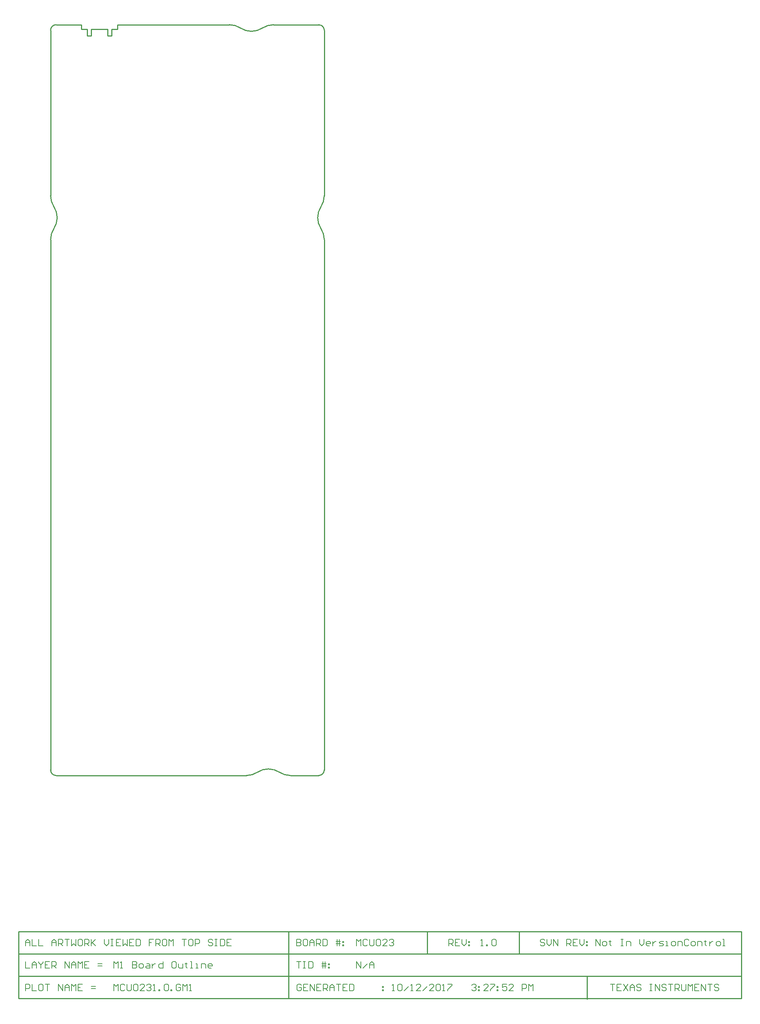
<source format=gm1>
G04 Layer_Color=11296232*
%FSAX25Y25*%
%MOIN*%
G70*
G01*
G75*
%ADD54C,0.01000*%
%ADD58C,0.00800*%
%ADD89C,0.00787*%
%ADD94C,0.00394*%
G54D54*
X0242700Y0925400D02*
G03*
X0232700Y0928400I-0010000J-0015167D01*
G01*
X0242700Y0925400D02*
G03*
X0262700Y0925400I0010000J0015167D01*
G01*
X0272700Y0928400D02*
G03*
X0262700Y0925400I-0000000J-0018167D01*
G01*
X0319200Y0732400D02*
G03*
X0316200Y0742400I-0018167J0000000D01*
G01*
Y0762400D02*
G03*
X0316200Y0742400I0015167J-0010000D01*
G01*
Y0762400D02*
G03*
X0319200Y0772400I-0015167J0010000D01*
G01*
X0072200Y0742400D02*
G03*
X0069200Y0732400I0015167J-0010000D01*
G01*
X0072200Y0742400D02*
G03*
X0072200Y0762400I-0015167J0010000D01*
G01*
X0069200Y0772400D02*
G03*
X0072200Y0762400I0018167J0000000D01*
G01*
X0278200Y0246400D02*
G03*
X0288200Y0243400I0010000J0015167D01*
G01*
X0278200Y0246400D02*
G03*
X0258200Y0246400I-0010000J-0015167D01*
G01*
X0248200Y0243400D02*
G03*
X0258200Y0246400I0000000J0018167D01*
G01*
X0074200Y0928400D02*
G03*
X0069200Y0923400I0000000J-0005000D01*
G01*
X0319200D02*
G03*
X0314200Y0928400I-0005000J0000000D01*
G01*
Y0243400D02*
G03*
X0319200Y0248400I0000000J0005000D01*
G01*
X0069200D02*
G03*
X0074200Y0243400I0005000J0000000D01*
G01*
Y0928400D02*
X0097200D01*
X0130200Y0924400D02*
Y0928400D01*
X0124900Y0924400D02*
X0130200D01*
X0124900Y0918400D02*
Y0924400D01*
X0121200Y0918400D02*
X0124900D01*
X0121200D02*
Y0924400D01*
X0106200D02*
X0121200D01*
X0106200Y0918400D02*
Y0924400D01*
X0102500Y0918400D02*
X0106200D01*
X0097200Y0924400D02*
X0102500D01*
Y0918400D02*
Y0924400D01*
X0097200D02*
Y0928400D01*
X0074200Y0243400D02*
X0248200D01*
X0069200Y0772400D02*
Y0923400D01*
X0272700Y0928400D02*
X0314200D01*
X0319200Y0248400D02*
Y0732400D01*
Y0772400D02*
Y0923400D01*
X0069200Y0248400D02*
Y0732400D01*
X0130200Y0928400D02*
X0232700D01*
X0288200Y0243400D02*
X0314200D01*
X0497200Y0080717D02*
Y0101050D01*
X0413200Y0080717D02*
Y0101050D01*
X0040000Y0080717D02*
X0700200D01*
X0040000Y0060383D02*
X0700000D01*
X0040000Y0040050D02*
X0440500D01*
X0040050Y0101050D02*
X0700200D01*
X0040050Y0040050D02*
Y0101050D01*
Y0040050D02*
X0197600D01*
X0040000D02*
Y0101050D01*
X0286500Y0040050D02*
Y0101050D01*
X0700200Y0040050D02*
Y0101050D01*
X0440500Y0040050D02*
X0700200D01*
X0559400Y0039400D02*
Y0059683D01*
G54D58*
X0126900Y0067551D02*
Y0073549D01*
X0128899Y0071549D01*
X0130899Y0073549D01*
Y0067551D01*
X0132898D02*
X0134897D01*
X0133898D01*
Y0073549D01*
X0132898Y0072549D01*
X0143895Y0073549D02*
Y0067551D01*
X0146894D01*
X0147893Y0068550D01*
Y0069550D01*
X0146894Y0070550D01*
X0143895D01*
X0146894D01*
X0147893Y0071549D01*
Y0072549D01*
X0146894Y0073549D01*
X0143895D01*
X0150892Y0067551D02*
X0152892D01*
X0153891Y0068550D01*
Y0070550D01*
X0152892Y0071549D01*
X0150892D01*
X0149893Y0070550D01*
Y0068550D01*
X0150892Y0067551D01*
X0156890Y0071549D02*
X0158890D01*
X0159889Y0070550D01*
Y0067551D01*
X0156890D01*
X0155891Y0068550D01*
X0156890Y0069550D01*
X0159889D01*
X0161889Y0071549D02*
Y0067551D01*
Y0069550D01*
X0162888Y0070550D01*
X0163888Y0071549D01*
X0164888D01*
X0171885Y0073549D02*
Y0067551D01*
X0168886D01*
X0167887Y0068550D01*
Y0070550D01*
X0168886Y0071549D01*
X0171885D01*
X0182882Y0073549D02*
X0180883D01*
X0179883Y0072549D01*
Y0068550D01*
X0180883Y0067551D01*
X0182882D01*
X0183882Y0068550D01*
Y0072549D01*
X0182882Y0073549D01*
X0185881Y0071549D02*
Y0068550D01*
X0186881Y0067551D01*
X0189880D01*
Y0071549D01*
X0192879Y0072549D02*
Y0071549D01*
X0191879D01*
X0193878D01*
X0192879D01*
Y0068550D01*
X0193878Y0067551D01*
X0196877D02*
X0198877D01*
X0197877D01*
Y0073549D01*
X0196877D01*
X0201876Y0067551D02*
X0203875D01*
X0202875D01*
Y0071549D01*
X0201876D01*
X0206874Y0067551D02*
Y0071549D01*
X0209873D01*
X0210873Y0070550D01*
Y0067551D01*
X0215871D02*
X0213872D01*
X0212872Y0068550D01*
Y0070550D01*
X0213872Y0071549D01*
X0215871D01*
X0216871Y0070550D01*
Y0069550D01*
X0212872D01*
X0567400Y0087833D02*
Y0093831D01*
X0571399Y0087833D01*
Y0093831D01*
X0574398Y0087833D02*
X0576397D01*
X0577397Y0088833D01*
Y0090832D01*
X0576397Y0091832D01*
X0574398D01*
X0573398Y0090832D01*
Y0088833D01*
X0574398Y0087833D01*
X0580396Y0092832D02*
Y0091832D01*
X0579396D01*
X0581395D01*
X0580396D01*
Y0088833D01*
X0581395Y0087833D01*
X0590393Y0093831D02*
X0592392D01*
X0591392D01*
Y0087833D01*
X0590393D01*
X0592392D01*
X0595391D02*
Y0091832D01*
X0598390D01*
X0599390Y0090832D01*
Y0087833D01*
X0607387Y0093831D02*
Y0089833D01*
X0609386Y0087833D01*
X0611386Y0089833D01*
Y0093831D01*
X0616384Y0087833D02*
X0614385D01*
X0613385Y0088833D01*
Y0090832D01*
X0614385Y0091832D01*
X0616384D01*
X0617384Y0090832D01*
Y0089833D01*
X0613385D01*
X0619383Y0091832D02*
Y0087833D01*
Y0089833D01*
X0620383Y0090832D01*
X0621383Y0091832D01*
X0622382D01*
X0625381Y0087833D02*
X0628380D01*
X0629380Y0088833D01*
X0628380Y0089833D01*
X0626381D01*
X0625381Y0090832D01*
X0626381Y0091832D01*
X0629380D01*
X0631379Y0087833D02*
X0633379D01*
X0632379D01*
Y0091832D01*
X0631379D01*
X0637377Y0087833D02*
X0639377D01*
X0640376Y0088833D01*
Y0090832D01*
X0639377Y0091832D01*
X0637377D01*
X0636378Y0090832D01*
Y0088833D01*
X0637377Y0087833D01*
X0642376D02*
Y0091832D01*
X0645375D01*
X0646374Y0090832D01*
Y0087833D01*
X0652373Y0092832D02*
X0651373Y0093831D01*
X0649373D01*
X0648374Y0092832D01*
Y0088833D01*
X0649373Y0087833D01*
X0651373D01*
X0652373Y0088833D01*
X0655372Y0087833D02*
X0657371D01*
X0658371Y0088833D01*
Y0090832D01*
X0657371Y0091832D01*
X0655372D01*
X0654372Y0090832D01*
Y0088833D01*
X0655372Y0087833D01*
X0660370D02*
Y0091832D01*
X0663369D01*
X0664369Y0090832D01*
Y0087833D01*
X0667368Y0092832D02*
Y0091832D01*
X0666368D01*
X0668367D01*
X0667368D01*
Y0088833D01*
X0668367Y0087833D01*
X0671366Y0091832D02*
Y0087833D01*
Y0089833D01*
X0672366Y0090832D01*
X0673366Y0091832D01*
X0674365D01*
X0678364Y0087833D02*
X0680364D01*
X0681363Y0088833D01*
Y0090832D01*
X0680364Y0091832D01*
X0678364D01*
X0677364Y0090832D01*
Y0088833D01*
X0678364Y0087833D01*
X0683362D02*
X0685362D01*
X0684362D01*
Y0093831D01*
X0683362D01*
X0520799Y0092832D02*
X0519799Y0093831D01*
X0517800D01*
X0516800Y0092832D01*
Y0091832D01*
X0517800Y0090832D01*
X0519799D01*
X0520799Y0089833D01*
Y0088833D01*
X0519799Y0087833D01*
X0517800D01*
X0516800Y0088833D01*
X0522798Y0093831D02*
Y0089833D01*
X0524797Y0087833D01*
X0526797Y0089833D01*
Y0093831D01*
X0528796Y0087833D02*
Y0093831D01*
X0532795Y0087833D01*
Y0093831D01*
X0540792Y0087833D02*
Y0093831D01*
X0543791D01*
X0544791Y0092832D01*
Y0090832D01*
X0543791Y0089833D01*
X0540792D01*
X0542792D02*
X0544791Y0087833D01*
X0550789Y0093831D02*
X0546790D01*
Y0087833D01*
X0550789D01*
X0546790Y0090832D02*
X0548790D01*
X0552788Y0093831D02*
Y0089833D01*
X0554788Y0087833D01*
X0556787Y0089833D01*
Y0093831D01*
X0558786Y0091832D02*
X0559786D01*
Y0090832D01*
X0558786D01*
Y0091832D01*
Y0088833D02*
X0559786D01*
Y0087833D01*
X0558786D01*
Y0088833D01*
X0433000Y0087833D02*
Y0093831D01*
X0435999D01*
X0436999Y0092832D01*
Y0090832D01*
X0435999Y0089833D01*
X0433000D01*
X0434999D02*
X0436999Y0087833D01*
X0442997Y0093831D02*
X0438998D01*
Y0087833D01*
X0442997D01*
X0438998Y0090832D02*
X0440997D01*
X0444996Y0093831D02*
Y0089833D01*
X0446995Y0087833D01*
X0448995Y0089833D01*
Y0093831D01*
X0450994Y0091832D02*
X0451994D01*
Y0090832D01*
X0450994D01*
Y0091832D01*
Y0088833D02*
X0451994D01*
Y0087833D01*
X0450994D01*
Y0088833D01*
X0126900Y0046966D02*
Y0052965D01*
X0128899Y0050965D01*
X0130899Y0052965D01*
Y0046966D01*
X0136897Y0051965D02*
X0135897Y0052965D01*
X0133898D01*
X0132898Y0051965D01*
Y0047966D01*
X0133898Y0046966D01*
X0135897D01*
X0136897Y0047966D01*
X0138896Y0052965D02*
Y0047966D01*
X0139896Y0046966D01*
X0141895D01*
X0142895Y0047966D01*
Y0052965D01*
X0144894Y0051965D02*
X0145894Y0052965D01*
X0147893D01*
X0148893Y0051965D01*
Y0047966D01*
X0147893Y0046966D01*
X0145894D01*
X0144894Y0047966D01*
Y0051965D01*
X0154891Y0046966D02*
X0150892D01*
X0154891Y0050965D01*
Y0051965D01*
X0153891Y0052965D01*
X0151892D01*
X0150892Y0051965D01*
X0156890D02*
X0157890Y0052965D01*
X0159889D01*
X0160889Y0051965D01*
Y0050965D01*
X0159889Y0049966D01*
X0158890D01*
X0159889D01*
X0160889Y0048966D01*
Y0047966D01*
X0159889Y0046966D01*
X0157890D01*
X0156890Y0047966D01*
X0162888Y0046966D02*
X0164888D01*
X0163888D01*
Y0052965D01*
X0162888Y0051965D01*
X0167887Y0046966D02*
Y0047966D01*
X0168886D01*
Y0046966D01*
X0167887D01*
X0172885Y0051965D02*
X0173885Y0052965D01*
X0175884D01*
X0176884Y0051965D01*
Y0047966D01*
X0175884Y0046966D01*
X0173885D01*
X0172885Y0047966D01*
Y0051965D01*
X0178883Y0046966D02*
Y0047966D01*
X0179883D01*
Y0046966D01*
X0178883D01*
X0187880Y0051965D02*
X0186881Y0052965D01*
X0184881D01*
X0183882Y0051965D01*
Y0047966D01*
X0184881Y0046966D01*
X0186881D01*
X0187880Y0047966D01*
Y0049966D01*
X0185881D01*
X0189880Y0046966D02*
Y0052965D01*
X0191879Y0050965D01*
X0193878Y0052965D01*
Y0046966D01*
X0195878D02*
X0197877D01*
X0196877D01*
Y0052965D01*
X0195878Y0051965D01*
X0381150Y0046966D02*
X0383149D01*
X0382150D01*
Y0052965D01*
X0381150Y0051965D01*
X0386148D02*
X0387148Y0052965D01*
X0389147D01*
X0390147Y0051965D01*
Y0047966D01*
X0389147Y0046966D01*
X0387148D01*
X0386148Y0047966D01*
Y0051965D01*
X0392146Y0046966D02*
X0396145Y0050965D01*
X0398145Y0046966D02*
X0400144D01*
X0399144D01*
Y0052965D01*
X0398145Y0051965D01*
X0407142Y0046966D02*
X0403143D01*
X0407142Y0050965D01*
Y0051965D01*
X0406142Y0052965D01*
X0404143D01*
X0403143Y0051965D01*
X0409141Y0046966D02*
X0413140Y0050965D01*
X0419138Y0046966D02*
X0415139D01*
X0419138Y0050965D01*
Y0051965D01*
X0418138Y0052965D01*
X0416139D01*
X0415139Y0051965D01*
X0421137D02*
X0422137Y0052965D01*
X0424136D01*
X0425136Y0051965D01*
Y0047966D01*
X0424136Y0046966D01*
X0422137D01*
X0421137Y0047966D01*
Y0051965D01*
X0427135Y0046966D02*
X0429135D01*
X0428135D01*
Y0052965D01*
X0427135Y0051965D01*
X0432133Y0052965D02*
X0436132D01*
Y0051965D01*
X0432133Y0047966D01*
Y0046966D01*
X0298199Y0051965D02*
X0297199Y0052965D01*
X0295200D01*
X0294200Y0051965D01*
Y0047966D01*
X0295200Y0046966D01*
X0297199D01*
X0298199Y0047966D01*
Y0049966D01*
X0296199D01*
X0304197Y0052965D02*
X0300198D01*
Y0046966D01*
X0304197D01*
X0300198Y0049966D02*
X0302197D01*
X0306196Y0046966D02*
Y0052965D01*
X0310195Y0046966D01*
Y0052965D01*
X0316193D02*
X0312194D01*
Y0046966D01*
X0316193D01*
X0312194Y0049966D02*
X0314194D01*
X0318192Y0046966D02*
Y0052965D01*
X0321191D01*
X0322191Y0051965D01*
Y0049966D01*
X0321191Y0048966D01*
X0318192D01*
X0320192D02*
X0322191Y0046966D01*
X0324190D02*
Y0050965D01*
X0326190Y0052965D01*
X0328189Y0050965D01*
Y0046966D01*
Y0049966D01*
X0324190D01*
X0330188Y0052965D02*
X0334187D01*
X0332188D01*
Y0046966D01*
X0340185Y0052965D02*
X0336186D01*
Y0046966D01*
X0340185D01*
X0336186Y0049966D02*
X0338186D01*
X0342184Y0052965D02*
Y0046966D01*
X0345183D01*
X0346183Y0047966D01*
Y0051965D01*
X0345183Y0052965D01*
X0342184D01*
X0372175Y0050965D02*
X0373175D01*
Y0049966D01*
X0372175D01*
Y0050965D01*
Y0047966D02*
X0373175D01*
Y0046966D01*
X0372175D01*
Y0047966D01*
X0046350Y0087833D02*
Y0091832D01*
X0048349Y0093831D01*
X0050349Y0091832D01*
Y0087833D01*
Y0090832D01*
X0046350D01*
X0052348Y0093831D02*
Y0087833D01*
X0056347D01*
X0058346Y0093831D02*
Y0087833D01*
X0062345D01*
X0070342D02*
Y0091832D01*
X0072342Y0093831D01*
X0074341Y0091832D01*
Y0087833D01*
Y0090832D01*
X0070342D01*
X0076340Y0087833D02*
Y0093831D01*
X0079339D01*
X0080339Y0092832D01*
Y0090832D01*
X0079339Y0089833D01*
X0076340D01*
X0078340D02*
X0080339Y0087833D01*
X0082338Y0093831D02*
X0086337D01*
X0084338D01*
Y0087833D01*
X0088336Y0093831D02*
Y0087833D01*
X0090336Y0089833D01*
X0092335Y0087833D01*
Y0093831D01*
X0097334D02*
X0095334D01*
X0094335Y0092832D01*
Y0088833D01*
X0095334Y0087833D01*
X0097334D01*
X0098333Y0088833D01*
Y0092832D01*
X0097334Y0093831D01*
X0100332Y0087833D02*
Y0093831D01*
X0103332D01*
X0104331Y0092832D01*
Y0090832D01*
X0103332Y0089833D01*
X0100332D01*
X0102332D02*
X0104331Y0087833D01*
X0106331Y0093831D02*
Y0087833D01*
Y0089833D01*
X0110329Y0093831D01*
X0107330Y0090832D01*
X0110329Y0087833D01*
X0118327Y0093831D02*
Y0089833D01*
X0120326Y0087833D01*
X0122325Y0089833D01*
Y0093831D01*
X0124325D02*
X0126324D01*
X0125324D01*
Y0087833D01*
X0124325D01*
X0126324D01*
X0133322Y0093831D02*
X0129323D01*
Y0087833D01*
X0133322D01*
X0129323Y0090832D02*
X0131323D01*
X0135321Y0093831D02*
Y0087833D01*
X0137321Y0089833D01*
X0139320Y0087833D01*
Y0093831D01*
X0145318D02*
X0141319D01*
Y0087833D01*
X0145318D01*
X0141319Y0090832D02*
X0143319D01*
X0147317Y0093831D02*
Y0087833D01*
X0150316D01*
X0151316Y0088833D01*
Y0092832D01*
X0150316Y0093831D01*
X0147317D01*
X0163312D02*
X0159313D01*
Y0090832D01*
X0161313D01*
X0159313D01*
Y0087833D01*
X0165312D02*
Y0093831D01*
X0168310D01*
X0169310Y0092832D01*
Y0090832D01*
X0168310Y0089833D01*
X0165312D01*
X0167311D02*
X0169310Y0087833D01*
X0174309Y0093831D02*
X0172309D01*
X0171310Y0092832D01*
Y0088833D01*
X0172309Y0087833D01*
X0174309D01*
X0175308Y0088833D01*
Y0092832D01*
X0174309Y0093831D01*
X0177308Y0087833D02*
Y0093831D01*
X0179307Y0091832D01*
X0181306Y0093831D01*
Y0087833D01*
X0189304Y0093831D02*
X0193303D01*
X0191303D01*
Y0087833D01*
X0198301Y0093831D02*
X0196301D01*
X0195302Y0092832D01*
Y0088833D01*
X0196301Y0087833D01*
X0198301D01*
X0199301Y0088833D01*
Y0092832D01*
X0198301Y0093831D01*
X0201300Y0087833D02*
Y0093831D01*
X0204299D01*
X0205299Y0092832D01*
Y0090832D01*
X0204299Y0089833D01*
X0201300D01*
X0217295Y0092832D02*
X0216295Y0093831D01*
X0214296D01*
X0213296Y0092832D01*
Y0091832D01*
X0214296Y0090832D01*
X0216295D01*
X0217295Y0089833D01*
Y0088833D01*
X0216295Y0087833D01*
X0214296D01*
X0213296Y0088833D01*
X0219294Y0093831D02*
X0221293D01*
X0220294D01*
Y0087833D01*
X0219294D01*
X0221293D01*
X0224292Y0093831D02*
Y0087833D01*
X0227291D01*
X0228291Y0088833D01*
Y0092832D01*
X0227291Y0093831D01*
X0224292D01*
X0234289D02*
X0230291D01*
Y0087833D01*
X0234289D01*
X0230291Y0090832D02*
X0232290D01*
X0462150Y0087833D02*
X0464149D01*
X0463150D01*
Y0093831D01*
X0462150Y0092832D01*
X0467148Y0087833D02*
Y0088833D01*
X0468148D01*
Y0087833D01*
X0467148D01*
X0472147Y0092832D02*
X0473146Y0093831D01*
X0475146D01*
X0476146Y0092832D01*
Y0088833D01*
X0475146Y0087833D01*
X0473146D01*
X0472147Y0088833D01*
Y0092832D01*
X0348550Y0087833D02*
Y0093831D01*
X0350549Y0091832D01*
X0352549Y0093831D01*
Y0087833D01*
X0358547Y0092832D02*
X0357547Y0093831D01*
X0355548D01*
X0354548Y0092832D01*
Y0088833D01*
X0355548Y0087833D01*
X0357547D01*
X0358547Y0088833D01*
X0360546Y0093831D02*
Y0088833D01*
X0361546Y0087833D01*
X0363545D01*
X0364545Y0088833D01*
Y0093831D01*
X0366544Y0092832D02*
X0367544Y0093831D01*
X0369543D01*
X0370543Y0092832D01*
Y0088833D01*
X0369543Y0087833D01*
X0367544D01*
X0366544Y0088833D01*
Y0092832D01*
X0376541Y0087833D02*
X0372542D01*
X0376541Y0091832D01*
Y0092832D01*
X0375541Y0093831D01*
X0373542D01*
X0372542Y0092832D01*
X0378540D02*
X0379540Y0093831D01*
X0381539D01*
X0382539Y0092832D01*
Y0091832D01*
X0381539Y0090832D01*
X0380540D01*
X0381539D01*
X0382539Y0089833D01*
Y0088833D01*
X0381539Y0087833D01*
X0379540D01*
X0378540Y0088833D01*
X0294000Y0093831D02*
Y0087833D01*
X0296999D01*
X0297999Y0088833D01*
Y0089833D01*
X0296999Y0090832D01*
X0294000D01*
X0296999D01*
X0297999Y0091832D01*
Y0092832D01*
X0296999Y0093831D01*
X0294000D01*
X0302997D02*
X0300998D01*
X0299998Y0092832D01*
Y0088833D01*
X0300998Y0087833D01*
X0302997D01*
X0303997Y0088833D01*
Y0092832D01*
X0302997Y0093831D01*
X0305996Y0087833D02*
Y0091832D01*
X0307996Y0093831D01*
X0309995Y0091832D01*
Y0087833D01*
Y0090832D01*
X0305996D01*
X0311994Y0087833D02*
Y0093831D01*
X0314993D01*
X0315993Y0092832D01*
Y0090832D01*
X0314993Y0089833D01*
X0311994D01*
X0313994D02*
X0315993Y0087833D01*
X0317992Y0093831D02*
Y0087833D01*
X0320991D01*
X0321991Y0088833D01*
Y0092832D01*
X0320991Y0093831D01*
X0317992D01*
X0330988Y0087833D02*
Y0093831D01*
X0332987D02*
Y0087833D01*
X0329988Y0091832D02*
X0332987D01*
X0333987D01*
X0329988Y0089833D02*
X0333987D01*
X0335986Y0091832D02*
X0336986D01*
Y0090832D01*
X0335986D01*
Y0091832D01*
Y0088833D02*
X0336986D01*
Y0087833D01*
X0335986D01*
Y0088833D01*
X0046350Y0073549D02*
Y0067551D01*
X0050349D01*
X0052348D02*
Y0071549D01*
X0054347Y0073549D01*
X0056347Y0071549D01*
Y0067551D01*
Y0070550D01*
X0052348D01*
X0058346Y0073549D02*
Y0072549D01*
X0060346Y0070550D01*
X0062345Y0072549D01*
Y0073549D01*
X0060346Y0070550D02*
Y0067551D01*
X0068343Y0073549D02*
X0064344D01*
Y0067551D01*
X0068343D01*
X0064344Y0070550D02*
X0066343D01*
X0070342Y0067551D02*
Y0073549D01*
X0073341D01*
X0074341Y0072549D01*
Y0070550D01*
X0073341Y0069550D01*
X0070342D01*
X0072342D02*
X0074341Y0067551D01*
X0082338D02*
Y0073549D01*
X0086337Y0067551D01*
Y0073549D01*
X0088336Y0067551D02*
Y0071549D01*
X0090336Y0073549D01*
X0092335Y0071549D01*
Y0067551D01*
Y0070550D01*
X0088336D01*
X0094335Y0067551D02*
Y0073549D01*
X0096334Y0071549D01*
X0098333Y0073549D01*
Y0067551D01*
X0104331Y0073549D02*
X0100332D01*
Y0067551D01*
X0104331D01*
X0100332Y0070550D02*
X0102332D01*
X0112329Y0069550D02*
X0116327D01*
X0112329Y0071549D02*
X0116327D01*
X0046350Y0046966D02*
Y0052965D01*
X0049349D01*
X0050349Y0051965D01*
Y0049966D01*
X0049349Y0048966D01*
X0046350D01*
X0052348Y0052965D02*
Y0046966D01*
X0056347D01*
X0061345Y0052965D02*
X0059346D01*
X0058346Y0051965D01*
Y0047966D01*
X0059346Y0046966D01*
X0061345D01*
X0062345Y0047966D01*
Y0051965D01*
X0061345Y0052965D01*
X0064344D02*
X0068343D01*
X0066343D01*
Y0046966D01*
X0076340D02*
Y0052965D01*
X0080339Y0046966D01*
Y0052965D01*
X0082338Y0046966D02*
Y0050965D01*
X0084338Y0052965D01*
X0086337Y0050965D01*
Y0046966D01*
Y0049966D01*
X0082338D01*
X0088336Y0046966D02*
Y0052965D01*
X0090336Y0050965D01*
X0092335Y0052965D01*
Y0046966D01*
X0098333Y0052965D02*
X0094335D01*
Y0046966D01*
X0098333D01*
X0094335Y0049966D02*
X0096334D01*
X0106331Y0048966D02*
X0110329D01*
X0106331Y0050965D02*
X0110329D01*
X0454050Y0051965D02*
X0455050Y0052965D01*
X0457049D01*
X0458049Y0051965D01*
Y0050965D01*
X0457049Y0049966D01*
X0456049D01*
X0457049D01*
X0458049Y0048966D01*
Y0047966D01*
X0457049Y0046966D01*
X0455050D01*
X0454050Y0047966D01*
X0460048Y0050965D02*
X0461048D01*
Y0049966D01*
X0460048D01*
Y0050965D01*
Y0047966D02*
X0461048D01*
Y0046966D01*
X0460048D01*
Y0047966D01*
X0469045Y0046966D02*
X0465046D01*
X0469045Y0050965D01*
Y0051965D01*
X0468046Y0052965D01*
X0466046D01*
X0465046Y0051965D01*
X0471044Y0052965D02*
X0475043D01*
Y0051965D01*
X0471044Y0047966D01*
Y0046966D01*
X0477043Y0050965D02*
X0478042D01*
Y0049966D01*
X0477043D01*
Y0050965D01*
Y0047966D02*
X0478042D01*
Y0046966D01*
X0477043D01*
Y0047966D01*
X0486040Y0052965D02*
X0482041D01*
Y0049966D01*
X0484040Y0050965D01*
X0485040D01*
X0486040Y0049966D01*
Y0047966D01*
X0485040Y0046966D01*
X0483041D01*
X0482041Y0047966D01*
X0492038Y0046966D02*
X0488039D01*
X0492038Y0050965D01*
Y0051965D01*
X0491038Y0052965D01*
X0489039D01*
X0488039Y0051965D01*
X0500035Y0046966D02*
Y0052965D01*
X0503034D01*
X0504034Y0051965D01*
Y0049966D01*
X0503034Y0048966D01*
X0500035D01*
X0506033Y0046966D02*
Y0052965D01*
X0508033Y0050965D01*
X0510032Y0052965D01*
Y0046966D01*
X0580500Y0052965D02*
X0584499D01*
X0582499D01*
Y0046966D01*
X0590497Y0052965D02*
X0586498D01*
Y0046966D01*
X0590497D01*
X0586498Y0049966D02*
X0588497D01*
X0592496Y0052965D02*
X0596495Y0046966D01*
Y0052965D02*
X0592496Y0046966D01*
X0598494D02*
Y0050965D01*
X0600493Y0052965D01*
X0602493Y0050965D01*
Y0046966D01*
Y0049966D01*
X0598494D01*
X0608491Y0051965D02*
X0607491Y0052965D01*
X0605492D01*
X0604492Y0051965D01*
Y0050965D01*
X0605492Y0049966D01*
X0607491D01*
X0608491Y0048966D01*
Y0047966D01*
X0607491Y0046966D01*
X0605492D01*
X0604492Y0047966D01*
X0616488Y0052965D02*
X0618488D01*
X0617488D01*
Y0046966D01*
X0616488D01*
X0618488D01*
X0621487D02*
Y0052965D01*
X0625486Y0046966D01*
Y0052965D01*
X0631484Y0051965D02*
X0630484Y0052965D01*
X0628484D01*
X0627485Y0051965D01*
Y0050965D01*
X0628484Y0049966D01*
X0630484D01*
X0631484Y0048966D01*
Y0047966D01*
X0630484Y0046966D01*
X0628484D01*
X0627485Y0047966D01*
X0633483Y0052965D02*
X0637482D01*
X0635482D01*
Y0046966D01*
X0639481D02*
Y0052965D01*
X0642480D01*
X0643480Y0051965D01*
Y0049966D01*
X0642480Y0048966D01*
X0639481D01*
X0641480D02*
X0643480Y0046966D01*
X0645479Y0052965D02*
Y0047966D01*
X0646479Y0046966D01*
X0648478D01*
X0649478Y0047966D01*
Y0052965D01*
X0651477Y0046966D02*
Y0052965D01*
X0653476Y0050965D01*
X0655476Y0052965D01*
Y0046966D01*
X0661474Y0052965D02*
X0657475D01*
Y0046966D01*
X0661474D01*
X0657475Y0049966D02*
X0659474D01*
X0663473Y0046966D02*
Y0052965D01*
X0667472Y0046966D01*
Y0052965D01*
X0669471D02*
X0673470D01*
X0671471D01*
Y0046966D01*
X0679468Y0051965D02*
X0678468Y0052965D01*
X0676469D01*
X0675469Y0051965D01*
Y0050965D01*
X0676469Y0049966D01*
X0678468D01*
X0679468Y0048966D01*
Y0047966D01*
X0678468Y0046966D01*
X0676469D01*
X0675469Y0047966D01*
X0294000Y0073498D02*
X0297999D01*
X0295999D01*
Y0067500D01*
X0299998Y0073498D02*
X0301997D01*
X0300998D01*
Y0067500D01*
X0299998D01*
X0301997D01*
X0304996Y0073498D02*
Y0067500D01*
X0307996D01*
X0308995Y0068500D01*
Y0072498D01*
X0307996Y0073498D01*
X0304996D01*
X0317992Y0067500D02*
Y0073498D01*
X0319992D02*
Y0067500D01*
X0316993Y0071499D02*
X0319992D01*
X0320991D01*
X0316993Y0069499D02*
X0320991D01*
X0322991Y0071499D02*
X0323990D01*
Y0070499D01*
X0322991D01*
Y0071499D01*
Y0068500D02*
X0323990D01*
Y0067500D01*
X0322991D01*
Y0068500D01*
X0348550Y0067500D02*
Y0073498D01*
X0352549Y0067500D01*
Y0073498D01*
X0354548Y0067500D02*
X0358547Y0071499D01*
X0360546Y0067500D02*
Y0071499D01*
X0362545Y0073498D01*
X0364545Y0071499D01*
Y0067500D01*
Y0070499D01*
X0360546D01*
G54D89*
X0190578Y0243400D02*
X0237822D01*
G54D94*
X0119212Y0924400D02*
X0119310D01*
X0108090D02*
X0108188D01*
M02*

</source>
